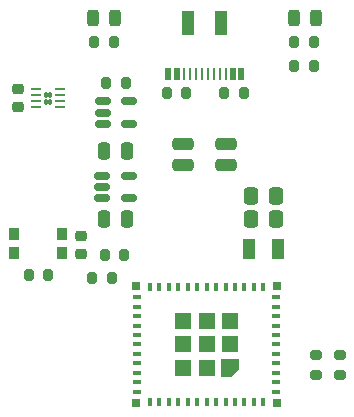
<source format=gbr>
%TF.GenerationSoftware,KiCad,Pcbnew,9.0.1*%
%TF.CreationDate,2025-05-28T08:33:00+02:00*%
%TF.ProjectId,tv25-cpu-small,74763235-2d63-4707-952d-736d616c6c2e,rev?*%
%TF.SameCoordinates,Original*%
%TF.FileFunction,Paste,Top*%
%TF.FilePolarity,Positive*%
%FSLAX46Y46*%
G04 Gerber Fmt 4.6, Leading zero omitted, Abs format (unit mm)*
G04 Created by KiCad (PCBNEW 9.0.1) date 2025-05-28 08:33:00*
%MOMM*%
%LPD*%
G01*
G04 APERTURE LIST*
G04 Aperture macros list*
%AMRoundRect*
0 Rectangle with rounded corners*
0 $1 Rounding radius*
0 $2 $3 $4 $5 $6 $7 $8 $9 X,Y pos of 4 corners*
0 Add a 4 corners polygon primitive as box body*
4,1,4,$2,$3,$4,$5,$6,$7,$8,$9,$2,$3,0*
0 Add four circle primitives for the rounded corners*
1,1,$1+$1,$2,$3*
1,1,$1+$1,$4,$5*
1,1,$1+$1,$6,$7*
1,1,$1+$1,$8,$9*
0 Add four rect primitives between the rounded corners*
20,1,$1+$1,$2,$3,$4,$5,0*
20,1,$1+$1,$4,$5,$6,$7,0*
20,1,$1+$1,$6,$7,$8,$9,0*
20,1,$1+$1,$8,$9,$2,$3,0*%
%AMFreePoly0*
4,1,6,0.725000,-0.725000,-0.725000,-0.725000,-0.725000,0.125000,-0.125000,0.725000,0.725000,0.725000,0.725000,-0.725000,0.725000,-0.725000,$1*%
G04 Aperture macros list end*
%ADD10RoundRect,0.150000X-0.512500X-0.150000X0.512500X-0.150000X0.512500X0.150000X-0.512500X0.150000X0*%
%ADD11RoundRect,0.250000X-0.337500X-0.475000X0.337500X-0.475000X0.337500X0.475000X-0.337500X0.475000X0*%
%ADD12RoundRect,0.200000X-0.200000X-0.275000X0.200000X-0.275000X0.200000X0.275000X-0.200000X0.275000X0*%
%ADD13RoundRect,0.250000X-0.250000X-0.475000X0.250000X-0.475000X0.250000X0.475000X-0.250000X0.475000X0*%
%ADD14RoundRect,0.200000X0.200000X0.275000X-0.200000X0.275000X-0.200000X-0.275000X0.200000X-0.275000X0*%
%ADD15RoundRect,0.225000X0.250000X-0.225000X0.250000X0.225000X-0.250000X0.225000X-0.250000X-0.225000X0*%
%ADD16RoundRect,0.250000X0.250000X0.475000X-0.250000X0.475000X-0.250000X-0.475000X0.250000X-0.475000X0*%
%ADD17R,0.800000X0.400000*%
%ADD18R,0.400000X0.800000*%
%ADD19FreePoly0,180.000000*%
%ADD20R,1.450000X1.450000*%
%ADD21R,0.700000X0.700000*%
%ADD22RoundRect,0.200000X0.275000X-0.200000X0.275000X0.200000X-0.275000X0.200000X-0.275000X-0.200000X0*%
%ADD23R,0.900000X1.000000*%
%ADD24RoundRect,0.243750X-0.243750X-0.456250X0.243750X-0.456250X0.243750X0.456250X-0.243750X0.456250X0*%
%ADD25R,0.520000X1.000000*%
%ADD26R,0.270000X1.000000*%
%ADD27R,1.000000X2.000000*%
%ADD28R,1.000000X1.800000*%
%ADD29RoundRect,0.080000X-0.080000X-0.160000X0.080000X-0.160000X0.080000X0.160000X-0.080000X0.160000X0*%
%ADD30RoundRect,0.062500X-0.325000X-0.062500X0.325000X-0.062500X0.325000X0.062500X-0.325000X0.062500X0*%
%ADD31RoundRect,0.250000X0.650000X0.250000X-0.650000X0.250000X-0.650000X-0.250000X0.650000X-0.250000X0*%
G04 APERTURE END LIST*
D10*
%TO.C,U2*%
X119350595Y-146800001D03*
X119350595Y-147750001D03*
X119350595Y-148700001D03*
X121625595Y-148700001D03*
X121625595Y-146800001D03*
%TD*%
D11*
%TO.C,C5*%
X131962500Y-150500000D03*
X134037500Y-150500000D03*
%TD*%
%TO.C,C6*%
X131962500Y-148500000D03*
X134037500Y-148500000D03*
%TD*%
D12*
%TO.C,R8*%
X129675000Y-139827000D03*
X131325000Y-139827000D03*
%TD*%
%TO.C,R10*%
X119571000Y-153543000D03*
X121221000Y-153543000D03*
%TD*%
D13*
%TO.C,C2*%
X119538095Y-150500001D03*
X121438095Y-150500001D03*
%TD*%
D14*
%TO.C,R9*%
X126492000Y-139827000D03*
X124842000Y-139827000D03*
%TD*%
D15*
%TO.C,C1*%
X112250000Y-141025000D03*
X112250000Y-139475000D03*
%TD*%
D10*
%TO.C,U1*%
X119385500Y-140528000D03*
X119385500Y-141478000D03*
X119385500Y-142428000D03*
X121660500Y-142428000D03*
X121660500Y-140528000D03*
%TD*%
D16*
%TO.C,C3*%
X121438095Y-144750001D03*
X119538095Y-144750001D03*
%TD*%
D17*
%TO.C,U4*%
X134100000Y-165100000D03*
X134100000Y-164300000D03*
X134100000Y-163500000D03*
X134100000Y-162700000D03*
X134100000Y-161900000D03*
X134100000Y-161100000D03*
X134100000Y-160300000D03*
X134100000Y-159500000D03*
X134100000Y-158700000D03*
X134100000Y-157900000D03*
X134100000Y-157100000D03*
D18*
X133000000Y-156200000D03*
X132200000Y-156200000D03*
X131400000Y-156200000D03*
X130600000Y-156200000D03*
X129800000Y-156200000D03*
X129000000Y-156200000D03*
X128200000Y-156200000D03*
X127400000Y-156200000D03*
X126600000Y-156200000D03*
X125800000Y-156200000D03*
X125000000Y-156200000D03*
X124200000Y-156200000D03*
X123400000Y-156200000D03*
D17*
X122300000Y-157100000D03*
X122300000Y-157900000D03*
X122300000Y-158700000D03*
X122300000Y-159500000D03*
X122300000Y-160300000D03*
X122300000Y-161100000D03*
X122300000Y-161900000D03*
X122300000Y-162700000D03*
X122300000Y-163500000D03*
X122300000Y-164300000D03*
X122300000Y-165100000D03*
D18*
X123400000Y-166000000D03*
X124200000Y-166000000D03*
X125000000Y-166000000D03*
X125800000Y-166000000D03*
X126600000Y-166000000D03*
X127400000Y-166000000D03*
X128200000Y-166000000D03*
X129000000Y-166000000D03*
X129800000Y-166000000D03*
X130600000Y-166000000D03*
X131400000Y-166000000D03*
X132200000Y-166000000D03*
X133000000Y-166000000D03*
D19*
X130175000Y-163075000D03*
D20*
X130175000Y-161100000D03*
X130175000Y-159125000D03*
X128200000Y-163075000D03*
X128200000Y-161100000D03*
X128200000Y-159125000D03*
X126225000Y-163075000D03*
X126225000Y-161100000D03*
X126225000Y-159125000D03*
D21*
X122250000Y-166050000D03*
X122250000Y-156150000D03*
X134150000Y-156150000D03*
X134150000Y-166050000D03*
%TD*%
D12*
%TO.C,R4*%
X135600000Y-137500000D03*
X137250000Y-137500000D03*
%TD*%
%TO.C,R3*%
X113125000Y-155200000D03*
X114775000Y-155200000D03*
%TD*%
D14*
%TO.C,R1*%
X121348000Y-138978000D03*
X119698000Y-138978000D03*
%TD*%
D22*
%TO.C,R7*%
X137500000Y-163660000D03*
X137500000Y-162010000D03*
%TD*%
D12*
%TO.C,R11*%
X118500000Y-155500000D03*
X120150000Y-155500000D03*
%TD*%
D22*
%TO.C,R6*%
X139500000Y-163650000D03*
X139500000Y-162000000D03*
%TD*%
D23*
%TO.C,SW2*%
X111869000Y-151727000D03*
X115969000Y-151727000D03*
X111869000Y-153327000D03*
X115969000Y-153327000D03*
%TD*%
D12*
%TO.C,R2*%
X118675000Y-135500000D03*
X120325000Y-135500000D03*
%TD*%
%TO.C,R5*%
X135600000Y-135500000D03*
X137250000Y-135500000D03*
%TD*%
D24*
%TO.C,D1*%
X118562500Y-133500000D03*
X120437500Y-133500000D03*
%TD*%
D25*
%TO.C,J4*%
X131150000Y-138200000D03*
X130400000Y-138200000D03*
D26*
X129800000Y-138200000D03*
X128300000Y-138200000D03*
X127300000Y-138200000D03*
X126300000Y-138200000D03*
D25*
X125700000Y-138200000D03*
X124950000Y-138200000D03*
D26*
X126800000Y-138200000D03*
X127800000Y-138200000D03*
X128800000Y-138200000D03*
X129300000Y-138200000D03*
D27*
X129450000Y-133900000D03*
X126650000Y-133900000D03*
%TD*%
D28*
%TO.C,Y1*%
X131750000Y-153000000D03*
X134250000Y-153000000D03*
%TD*%
D15*
%TO.C,C4*%
X117602000Y-153429000D03*
X117602000Y-151879000D03*
%TD*%
D29*
%TO.C,U3*%
X114562500Y-139950000D03*
X114562500Y-140550000D03*
X114962500Y-139950000D03*
X114962500Y-140550000D03*
D30*
X113775000Y-139500000D03*
X113775000Y-140000000D03*
X113775000Y-140500000D03*
X113775000Y-141000000D03*
X115750000Y-141000000D03*
X115750000Y-140500000D03*
X115750000Y-140000000D03*
X115750000Y-139500000D03*
%TD*%
D31*
%TO.C,D4*%
X129840000Y-144144000D03*
X126200000Y-144144000D03*
X126160000Y-145924000D03*
X129840000Y-145924000D03*
%TD*%
D24*
%TO.C,D2*%
X135562500Y-133500000D03*
X137437500Y-133500000D03*
%TD*%
M02*

</source>
